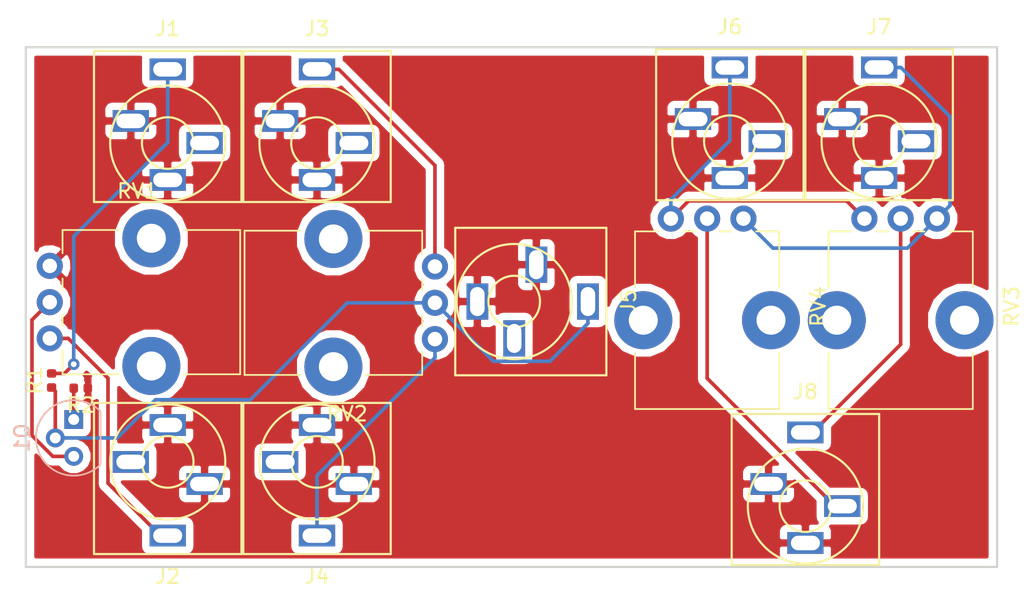
<source format=kicad_pcb>
(kicad_pcb (version 20171130) (host pcbnew "(5.0.2)-1")

  (general
    (thickness 1.6)
    (drawings 4)
    (tracks 61)
    (zones 0)
    (modules 15)
    (nets 20)
  )

  (page A4)
  (layers
    (0 F.Cu signal)
    (31 B.Cu signal)
    (32 B.Adhes user)
    (33 F.Adhes user)
    (34 B.Paste user)
    (35 F.Paste user)
    (36 B.SilkS user)
    (37 F.SilkS user)
    (38 B.Mask user)
    (39 F.Mask user)
    (40 Dwgs.User user)
    (41 Cmts.User user)
    (42 Eco1.User user)
    (43 Eco2.User user)
    (44 Edge.Cuts user)
    (45 Margin user)
    (46 B.CrtYd user)
    (47 F.CrtYd user)
    (48 B.Fab user)
    (49 F.Fab user)
  )

  (setup
    (last_trace_width 0.25)
    (trace_clearance 0.2)
    (zone_clearance 0.508)
    (zone_45_only no)
    (trace_min 0.2)
    (segment_width 0.2)
    (edge_width 0.15)
    (via_size 0.8)
    (via_drill 0.4)
    (via_min_size 0.4)
    (via_min_drill 0.3)
    (uvia_size 0.3)
    (uvia_drill 0.1)
    (uvias_allowed no)
    (uvia_min_size 0.2)
    (uvia_min_drill 0.1)
    (pcb_text_width 0.3)
    (pcb_text_size 1.5 1.5)
    (mod_edge_width 0.15)
    (mod_text_size 1 1)
    (mod_text_width 0.15)
    (pad_size 1.524 1.524)
    (pad_drill 0.762)
    (pad_to_mask_clearance 0.051)
    (solder_mask_min_width 0.25)
    (aux_axis_origin 0 0)
    (visible_elements FFFFFF7F)
    (pcbplotparams
      (layerselection 0x010fc_ffffffff)
      (usegerberextensions true)
      (usegerberattributes false)
      (usegerberadvancedattributes false)
      (creategerberjobfile false)
      (excludeedgelayer true)
      (linewidth 0.100000)
      (plotframeref false)
      (viasonmask false)
      (mode 1)
      (useauxorigin false)
      (hpglpennumber 1)
      (hpglpenspeed 20)
      (hpglpendiameter 15.000000)
      (psnegative false)
      (psa4output false)
      (plotreference true)
      (plotvalue true)
      (plotinvisibletext false)
      (padsonsilk false)
      (subtractmaskfromsilk false)
      (outputformat 4)
      (mirror false)
      (drillshape 0)
      (scaleselection 1)
      (outputdirectory "PDF/"))
  )

  (net 0 "")
  (net 1 "Net-(J1-PadT)")
  (net 2 "Net-(J1-PadR)")
  (net 3 GND)
  (net 4 "Net-(J2-PadR)")
  (net 5 "Net-(J2-PadT)")
  (net 6 "Net-(J3-PadR)")
  (net 7 "Net-(J3-PadT)")
  (net 8 "Net-(J4-PadT)")
  (net 9 "Net-(J4-PadR)")
  (net 10 VOUT)
  (net 11 "Net-(J5-PadR)")
  (net 12 "Net-(J6-PadR)")
  (net 13 "Net-(J6-PadT)")
  (net 14 "Net-(J7-PadT)")
  (net 15 "Net-(J7-PadR)")
  (net 16 R)
  (net 17 L)
  (net 18 "Net-(Q1-Pad3)")
  (net 19 "Net-(Q1-Pad1)")

  (net_class Default "This is the default net class."
    (clearance 0.2)
    (trace_width 0.25)
    (via_dia 0.8)
    (via_drill 0.4)
    (uvia_dia 0.3)
    (uvia_drill 0.1)
    (add_net GND)
    (add_net L)
    (add_net "Net-(J1-PadR)")
    (add_net "Net-(J1-PadT)")
    (add_net "Net-(J2-PadR)")
    (add_net "Net-(J2-PadT)")
    (add_net "Net-(J3-PadR)")
    (add_net "Net-(J3-PadT)")
    (add_net "Net-(J4-PadR)")
    (add_net "Net-(J4-PadT)")
    (add_net "Net-(J5-PadR)")
    (add_net "Net-(J6-PadR)")
    (add_net "Net-(J6-PadT)")
    (add_net "Net-(J7-PadR)")
    (add_net "Net-(J7-PadT)")
    (add_net "Net-(Q1-Pad1)")
    (add_net "Net-(Q1-Pad3)")
    (add_net R)
    (add_net VOUT)
  )

  (module synth:jack_audio (layer F.Cu) (tedit 5C66B204) (tstamp 5C7A159A)
    (at 74.041 40.513)
    (path /5C6D79C9)
    (fp_text reference J1 (at 0 -7.882) (layer F.SilkS)
      (effects (font (size 1 1) (thickness 0.15)))
    )
    (fp_text value CARRIER1 (at 0 -8.882) (layer F.Fab)
      (effects (font (size 1 1) (thickness 0.15)))
    )
    (fp_line (start -5.08 -6.35) (end 5.08 -6.35) (layer F.SilkS) (width 0.15))
    (fp_line (start 5.08 -6.35) (end 5.08 4.064) (layer F.SilkS) (width 0.15))
    (fp_line (start 5.08 4.064) (end -5.08 4.064) (layer F.SilkS) (width 0.15))
    (fp_line (start -5.08 4.064) (end -5.08 -6.35) (layer F.SilkS) (width 0.15))
    (fp_circle (center 0 0) (end 3.048 2.54) (layer F.SilkS) (width 0.15))
    (fp_circle (center 0 0) (end 1.778 0) (layer F.SilkS) (width 0.15))
    (pad T thru_hole rect (at 0 -5.08) (size 2.5 1.5) (drill oval 2 1) (layers *.Cu *.Mask)
      (net 1 "Net-(J1-PadT)"))
    (pad R thru_hole rect (at 2.54 0) (size 2.5 1.5) (drill oval 2 1) (layers *.Cu *.Mask)
      (net 2 "Net-(J1-PadR)"))
    (pad G thru_hole rect (at -2.54 -1.524) (size 2.5 1.5) (drill oval 2 1) (layers *.Cu *.Mask)
      (net 3 GND))
    (pad S thru_hole rect (at 0 2.54) (size 2.5 1.5) (drill oval 2 1) (layers *.Cu *.Mask)
      (net 3 GND))
  )

  (module synth:jack_audio (layer F.Cu) (tedit 5C66B204) (tstamp 5C7A15A8)
    (at 74.041 62.484 180)
    (path /5C6D7A38)
    (fp_text reference J2 (at 0 -7.882 180) (layer F.SilkS)
      (effects (font (size 1 1) (thickness 0.15)))
    )
    (fp_text value MESSAGE2 (at 0 -8.882 180) (layer F.Fab)
      (effects (font (size 1 1) (thickness 0.15)))
    )
    (fp_circle (center 0 0) (end 1.778 0) (layer F.SilkS) (width 0.15))
    (fp_circle (center 0 0) (end 3.048 2.54) (layer F.SilkS) (width 0.15))
    (fp_line (start -5.08 4.064) (end -5.08 -6.35) (layer F.SilkS) (width 0.15))
    (fp_line (start 5.08 4.064) (end -5.08 4.064) (layer F.SilkS) (width 0.15))
    (fp_line (start 5.08 -6.35) (end 5.08 4.064) (layer F.SilkS) (width 0.15))
    (fp_line (start -5.08 -6.35) (end 5.08 -6.35) (layer F.SilkS) (width 0.15))
    (pad S thru_hole rect (at 0 2.54 180) (size 2.5 1.5) (drill oval 2 1) (layers *.Cu *.Mask)
      (net 3 GND))
    (pad G thru_hole rect (at -2.54 -1.524 180) (size 2.5 1.5) (drill oval 2 1) (layers *.Cu *.Mask)
      (net 3 GND))
    (pad R thru_hole rect (at 2.54 0 180) (size 2.5 1.5) (drill oval 2 1) (layers *.Cu *.Mask)
      (net 4 "Net-(J2-PadR)"))
    (pad T thru_hole rect (at 0 -5.08 180) (size 2.5 1.5) (drill oval 2 1) (layers *.Cu *.Mask)
      (net 5 "Net-(J2-PadT)"))
  )

  (module synth:jack_audio (layer F.Cu) (tedit 5C66B204) (tstamp 5C7A15B6)
    (at 84.328 40.513)
    (path /5C6D8E84)
    (fp_text reference J3 (at 0 -7.882) (layer F.SilkS)
      (effects (font (size 1 1) (thickness 0.15)))
    )
    (fp_text value CARRIER1 (at 0 -8.882) (layer F.Fab)
      (effects (font (size 1 1) (thickness 0.15)))
    )
    (fp_circle (center 0 0) (end 1.778 0) (layer F.SilkS) (width 0.15))
    (fp_circle (center 0 0) (end 3.048 2.54) (layer F.SilkS) (width 0.15))
    (fp_line (start -5.08 4.064) (end -5.08 -6.35) (layer F.SilkS) (width 0.15))
    (fp_line (start 5.08 4.064) (end -5.08 4.064) (layer F.SilkS) (width 0.15))
    (fp_line (start 5.08 -6.35) (end 5.08 4.064) (layer F.SilkS) (width 0.15))
    (fp_line (start -5.08 -6.35) (end 5.08 -6.35) (layer F.SilkS) (width 0.15))
    (pad S thru_hole rect (at 0 2.54) (size 2.5 1.5) (drill oval 2 1) (layers *.Cu *.Mask)
      (net 3 GND))
    (pad G thru_hole rect (at -2.54 -1.524) (size 2.5 1.5) (drill oval 2 1) (layers *.Cu *.Mask)
      (net 3 GND))
    (pad R thru_hole rect (at 2.54 0) (size 2.5 1.5) (drill oval 2 1) (layers *.Cu *.Mask)
      (net 6 "Net-(J3-PadR)"))
    (pad T thru_hole rect (at 0 -5.08) (size 2.5 1.5) (drill oval 2 1) (layers *.Cu *.Mask)
      (net 7 "Net-(J3-PadT)"))
  )

  (module synth:jack_audio (layer F.Cu) (tedit 5C66B204) (tstamp 5C7A15C4)
    (at 84.328 62.484 180)
    (path /5C6D8EC2)
    (fp_text reference J4 (at 0 -7.882 180) (layer F.SilkS)
      (effects (font (size 1 1) (thickness 0.15)))
    )
    (fp_text value MESSAGE2 (at 0 -8.882 180) (layer F.Fab)
      (effects (font (size 1 1) (thickness 0.15)))
    )
    (fp_line (start -5.08 -6.35) (end 5.08 -6.35) (layer F.SilkS) (width 0.15))
    (fp_line (start 5.08 -6.35) (end 5.08 4.064) (layer F.SilkS) (width 0.15))
    (fp_line (start 5.08 4.064) (end -5.08 4.064) (layer F.SilkS) (width 0.15))
    (fp_line (start -5.08 4.064) (end -5.08 -6.35) (layer F.SilkS) (width 0.15))
    (fp_circle (center 0 0) (end 3.048 2.54) (layer F.SilkS) (width 0.15))
    (fp_circle (center 0 0) (end 1.778 0) (layer F.SilkS) (width 0.15))
    (pad T thru_hole rect (at 0 -5.08 180) (size 2.5 1.5) (drill oval 2 1) (layers *.Cu *.Mask)
      (net 8 "Net-(J4-PadT)"))
    (pad R thru_hole rect (at 2.54 0 180) (size 2.5 1.5) (drill oval 2 1) (layers *.Cu *.Mask)
      (net 9 "Net-(J4-PadR)"))
    (pad G thru_hole rect (at -2.54 -1.524 180) (size 2.5 1.5) (drill oval 2 1) (layers *.Cu *.Mask)
      (net 3 GND))
    (pad S thru_hole rect (at 0 2.54 180) (size 2.5 1.5) (drill oval 2 1) (layers *.Cu *.Mask)
      (net 3 GND))
  )

  (module synth:jack_audio (layer F.Cu) (tedit 5C66B204) (tstamp 5C7A15D2)
    (at 97.917 51.435 270)
    (path /5C6D8718)
    (fp_text reference J5 (at 0 -7.882 270) (layer F.SilkS)
      (effects (font (size 1 1) (thickness 0.15)))
    )
    (fp_text value OUT1 (at 0 -8.882 270) (layer F.Fab)
      (effects (font (size 1 1) (thickness 0.15)))
    )
    (fp_line (start -5.08 -6.35) (end 5.08 -6.35) (layer F.SilkS) (width 0.15))
    (fp_line (start 5.08 -6.35) (end 5.08 4.064) (layer F.SilkS) (width 0.15))
    (fp_line (start 5.08 4.064) (end -5.08 4.064) (layer F.SilkS) (width 0.15))
    (fp_line (start -5.08 4.064) (end -5.08 -6.35) (layer F.SilkS) (width 0.15))
    (fp_circle (center 0 0) (end 3.048 2.54) (layer F.SilkS) (width 0.15))
    (fp_circle (center 0 0) (end 1.778 0) (layer F.SilkS) (width 0.15))
    (pad T thru_hole rect (at 0 -5.08 270) (size 2.5 1.5) (drill oval 2 1) (layers *.Cu *.Mask)
      (net 10 VOUT))
    (pad R thru_hole rect (at 2.54 0 270) (size 2.5 1.5) (drill oval 2 1) (layers *.Cu *.Mask)
      (net 11 "Net-(J5-PadR)"))
    (pad G thru_hole rect (at -2.54 -1.524 270) (size 2.5 1.5) (drill oval 2 1) (layers *.Cu *.Mask)
      (net 3 GND))
    (pad S thru_hole rect (at 0 2.54 270) (size 2.5 1.5) (drill oval 2 1) (layers *.Cu *.Mask)
      (net 3 GND))
  )

  (module synth:jack_audio (layer F.Cu) (tedit 5C66B204) (tstamp 5C7A15E0)
    (at 112.776 40.386)
    (path /5C6DA7E2)
    (fp_text reference J6 (at 0 -7.882) (layer F.SilkS)
      (effects (font (size 1 1) (thickness 0.15)))
    )
    (fp_text value L (at 0 -8.882) (layer F.Fab)
      (effects (font (size 1 1) (thickness 0.15)))
    )
    (fp_circle (center 0 0) (end 1.778 0) (layer F.SilkS) (width 0.15))
    (fp_circle (center 0 0) (end 3.048 2.54) (layer F.SilkS) (width 0.15))
    (fp_line (start -5.08 4.064) (end -5.08 -6.35) (layer F.SilkS) (width 0.15))
    (fp_line (start 5.08 4.064) (end -5.08 4.064) (layer F.SilkS) (width 0.15))
    (fp_line (start 5.08 -6.35) (end 5.08 4.064) (layer F.SilkS) (width 0.15))
    (fp_line (start -5.08 -6.35) (end 5.08 -6.35) (layer F.SilkS) (width 0.15))
    (pad S thru_hole rect (at 0 2.54) (size 2.5 1.5) (drill oval 2 1) (layers *.Cu *.Mask)
      (net 3 GND))
    (pad G thru_hole rect (at -2.54 -1.524) (size 2.5 1.5) (drill oval 2 1) (layers *.Cu *.Mask)
      (net 3 GND))
    (pad R thru_hole rect (at 2.54 0) (size 2.5 1.5) (drill oval 2 1) (layers *.Cu *.Mask)
      (net 12 "Net-(J6-PadR)"))
    (pad T thru_hole rect (at 0 -5.08) (size 2.5 1.5) (drill oval 2 1) (layers *.Cu *.Mask)
      (net 13 "Net-(J6-PadT)"))
  )

  (module synth:jack_audio (layer F.Cu) (tedit 5C66B204) (tstamp 5C7A15EE)
    (at 123.063 40.386)
    (path /5C6DA7E8)
    (fp_text reference J7 (at 0 -7.882) (layer F.SilkS)
      (effects (font (size 1 1) (thickness 0.15)))
    )
    (fp_text value R (at 0 -8.882) (layer F.Fab)
      (effects (font (size 1 1) (thickness 0.15)))
    )
    (fp_line (start -5.08 -6.35) (end 5.08 -6.35) (layer F.SilkS) (width 0.15))
    (fp_line (start 5.08 -6.35) (end 5.08 4.064) (layer F.SilkS) (width 0.15))
    (fp_line (start 5.08 4.064) (end -5.08 4.064) (layer F.SilkS) (width 0.15))
    (fp_line (start -5.08 4.064) (end -5.08 -6.35) (layer F.SilkS) (width 0.15))
    (fp_circle (center 0 0) (end 3.048 2.54) (layer F.SilkS) (width 0.15))
    (fp_circle (center 0 0) (end 1.778 0) (layer F.SilkS) (width 0.15))
    (pad T thru_hole rect (at 0 -5.08) (size 2.5 1.5) (drill oval 2 1) (layers *.Cu *.Mask)
      (net 14 "Net-(J7-PadT)"))
    (pad R thru_hole rect (at 2.54 0) (size 2.5 1.5) (drill oval 2 1) (layers *.Cu *.Mask)
      (net 15 "Net-(J7-PadR)"))
    (pad G thru_hole rect (at -2.54 -1.524) (size 2.5 1.5) (drill oval 2 1) (layers *.Cu *.Mask)
      (net 3 GND))
    (pad S thru_hole rect (at 0 2.54) (size 2.5 1.5) (drill oval 2 1) (layers *.Cu *.Mask)
      (net 3 GND))
  )

  (module synth:jack_audio (layer F.Cu) (tedit 5C66B204) (tstamp 5C7A15FC)
    (at 117.983 65.532)
    (path /5C6DD0E5)
    (fp_text reference J8 (at 0 -7.882) (layer F.SilkS)
      (effects (font (size 1 1) (thickness 0.15)))
    )
    (fp_text value OUT1 (at 0 -8.882) (layer F.Fab)
      (effects (font (size 1 1) (thickness 0.15)))
    )
    (fp_circle (center 0 0) (end 1.778 0) (layer F.SilkS) (width 0.15))
    (fp_circle (center 0 0) (end 3.048 2.54) (layer F.SilkS) (width 0.15))
    (fp_line (start -5.08 4.064) (end -5.08 -6.35) (layer F.SilkS) (width 0.15))
    (fp_line (start 5.08 4.064) (end -5.08 4.064) (layer F.SilkS) (width 0.15))
    (fp_line (start 5.08 -6.35) (end 5.08 4.064) (layer F.SilkS) (width 0.15))
    (fp_line (start -5.08 -6.35) (end 5.08 -6.35) (layer F.SilkS) (width 0.15))
    (pad S thru_hole rect (at 0 2.54) (size 2.5 1.5) (drill oval 2 1) (layers *.Cu *.Mask)
      (net 3 GND))
    (pad G thru_hole rect (at -2.54 -1.524) (size 2.5 1.5) (drill oval 2 1) (layers *.Cu *.Mask)
      (net 3 GND))
    (pad R thru_hole rect (at 2.54 0) (size 2.5 1.5) (drill oval 2 1) (layers *.Cu *.Mask)
      (net 16 R))
    (pad T thru_hole rect (at 0 -5.08) (size 2.5 1.5) (drill oval 2 1) (layers *.Cu *.Mask)
      (net 17 L))
  )

  (module Package_TO_SOT_THT:TO-92 (layer B.Cu) (tedit 5A279852) (tstamp 5C7A160E)
    (at 67.564 59.563 270)
    (descr "TO-92 leads molded, narrow, drill 0.75mm (see NXP sot054_po.pdf)")
    (tags "to-92 sc-43 sc-43a sot54 PA33 transistor")
    (path /5C6D7F1A)
    (fp_text reference Q1 (at 1.27 3.56 270) (layer B.SilkS)
      (effects (font (size 1 1) (thickness 0.15)) (justify mirror))
    )
    (fp_text value NFET (at 1.27 -2.79 270) (layer B.Fab)
      (effects (font (size 1 1) (thickness 0.15)) (justify mirror))
    )
    (fp_text user %R (at 1.27 3.56 270) (layer B.Fab)
      (effects (font (size 1 1) (thickness 0.15)) (justify mirror))
    )
    (fp_line (start -0.53 -1.85) (end 3.07 -1.85) (layer B.SilkS) (width 0.12))
    (fp_line (start -0.5 -1.75) (end 3 -1.75) (layer B.Fab) (width 0.1))
    (fp_line (start -1.46 2.73) (end 4 2.73) (layer B.CrtYd) (width 0.05))
    (fp_line (start -1.46 2.73) (end -1.46 -2.01) (layer B.CrtYd) (width 0.05))
    (fp_line (start 4 -2.01) (end 4 2.73) (layer B.CrtYd) (width 0.05))
    (fp_line (start 4 -2.01) (end -1.46 -2.01) (layer B.CrtYd) (width 0.05))
    (fp_arc (start 1.27 0) (end 1.27 2.48) (angle -135) (layer B.Fab) (width 0.1))
    (fp_arc (start 1.27 0) (end 1.27 2.6) (angle 135) (layer B.SilkS) (width 0.12))
    (fp_arc (start 1.27 0) (end 1.27 2.48) (angle 135) (layer B.Fab) (width 0.1))
    (fp_arc (start 1.27 0) (end 1.27 2.6) (angle -135) (layer B.SilkS) (width 0.12))
    (pad 2 thru_hole circle (at 1.27 1.27 180) (size 1.3 1.3) (drill 0.75) (layers *.Cu *.Mask)
      (net 10 VOUT))
    (pad 3 thru_hole circle (at 2.54 0 180) (size 1.3 1.3) (drill 0.75) (layers *.Cu *.Mask)
      (net 18 "Net-(Q1-Pad3)"))
    (pad 1 thru_hole rect (at 0 0 180) (size 1.3 1.3) (drill 0.75) (layers *.Cu *.Mask)
      (net 19 "Net-(Q1-Pad1)"))
    (model ${KISYS3DMOD}/Package_TO_SOT_THT.3dshapes/TO-92.wrl
      (at (xyz 0 0 0))
      (scale (xyz 1 1 1))
      (rotate (xyz 0 0 0))
    )
  )

  (module Resistor_SMD:R_0402_1005Metric (layer F.Cu) (tedit 5B301BBD) (tstamp 5C7A161D)
    (at 66.04 56.873 90)
    (descr "Resistor SMD 0402 (1005 Metric), square (rectangular) end terminal, IPC_7351 nominal, (Body size source: http://www.tortai-tech.com/upload/download/2011102023233369053.pdf), generated with kicad-footprint-generator")
    (tags resistor)
    (path /5C6D8033)
    (attr smd)
    (fp_text reference R1 (at 0 -1.17 90) (layer F.SilkS)
      (effects (font (size 1 1) (thickness 0.15)))
    )
    (fp_text value 1K (at 0 1.17 90) (layer F.Fab)
      (effects (font (size 1 1) (thickness 0.15)))
    )
    (fp_line (start -0.5 0.25) (end -0.5 -0.25) (layer F.Fab) (width 0.1))
    (fp_line (start -0.5 -0.25) (end 0.5 -0.25) (layer F.Fab) (width 0.1))
    (fp_line (start 0.5 -0.25) (end 0.5 0.25) (layer F.Fab) (width 0.1))
    (fp_line (start 0.5 0.25) (end -0.5 0.25) (layer F.Fab) (width 0.1))
    (fp_line (start -0.93 0.47) (end -0.93 -0.47) (layer F.CrtYd) (width 0.05))
    (fp_line (start -0.93 -0.47) (end 0.93 -0.47) (layer F.CrtYd) (width 0.05))
    (fp_line (start 0.93 -0.47) (end 0.93 0.47) (layer F.CrtYd) (width 0.05))
    (fp_line (start 0.93 0.47) (end -0.93 0.47) (layer F.CrtYd) (width 0.05))
    (fp_text user %R (at 0 0 90) (layer F.Fab)
      (effects (font (size 0.25 0.25) (thickness 0.04)))
    )
    (pad 1 smd roundrect (at -0.485 0 90) (size 0.59 0.64) (layers F.Cu F.Paste F.Mask) (roundrect_rratio 0.25)
      (net 10 VOUT))
    (pad 2 smd roundrect (at 0.485 0 90) (size 0.59 0.64) (layers F.Cu F.Paste F.Mask) (roundrect_rratio 0.25)
      (net 1 "Net-(J1-PadT)"))
    (model ${KISYS3DMOD}/Resistor_SMD.3dshapes/R_0402_1005Metric.wrl
      (at (xyz 0 0 0))
      (scale (xyz 1 1 1))
      (rotate (xyz 0 0 0))
    )
  )

  (module Resistor_SMD:R_0402_1005Metric (layer F.Cu) (tedit 5B301BBD) (tstamp 5C7A162C)
    (at 68.049 57.404 180)
    (descr "Resistor SMD 0402 (1005 Metric), square (rectangular) end terminal, IPC_7351 nominal, (Body size source: http://www.tortai-tech.com/upload/download/2011102023233369053.pdf), generated with kicad-footprint-generator")
    (tags resistor)
    (path /5C6D8578)
    (attr smd)
    (fp_text reference R2 (at 0 -1.17 180) (layer F.SilkS)
      (effects (font (size 1 1) (thickness 0.15)))
    )
    (fp_text value 10K (at 0 1.17 180) (layer F.Fab)
      (effects (font (size 1 1) (thickness 0.15)))
    )
    (fp_text user %R (at 0 0 180) (layer F.Fab)
      (effects (font (size 0.25 0.25) (thickness 0.04)))
    )
    (fp_line (start 0.93 0.47) (end -0.93 0.47) (layer F.CrtYd) (width 0.05))
    (fp_line (start 0.93 -0.47) (end 0.93 0.47) (layer F.CrtYd) (width 0.05))
    (fp_line (start -0.93 -0.47) (end 0.93 -0.47) (layer F.CrtYd) (width 0.05))
    (fp_line (start -0.93 0.47) (end -0.93 -0.47) (layer F.CrtYd) (width 0.05))
    (fp_line (start 0.5 0.25) (end -0.5 0.25) (layer F.Fab) (width 0.1))
    (fp_line (start 0.5 -0.25) (end 0.5 0.25) (layer F.Fab) (width 0.1))
    (fp_line (start -0.5 -0.25) (end 0.5 -0.25) (layer F.Fab) (width 0.1))
    (fp_line (start -0.5 0.25) (end -0.5 -0.25) (layer F.Fab) (width 0.1))
    (pad 2 smd roundrect (at 0.485 0 180) (size 0.59 0.64) (layers F.Cu F.Paste F.Mask) (roundrect_rratio 0.25)
      (net 19 "Net-(Q1-Pad1)"))
    (pad 1 smd roundrect (at -0.485 0 180) (size 0.59 0.64) (layers F.Cu F.Paste F.Mask) (roundrect_rratio 0.25)
      (net 3 GND))
    (model ${KISYS3DMOD}/Resistor_SMD.3dshapes/R_0402_1005Metric.wrl
      (at (xyz 0 0 0))
      (scale (xyz 1 1 1))
      (rotate (xyz 0 0 0))
    )
  )

  (module Potentiometer_THT:Potentiometer_Bourns_PTV09A-1_Single_Vertical (layer F.Cu) (tedit 5A3D4993) (tstamp 5C7A1648)
    (at 65.913 53.975)
    (descr "Potentiometer, vertical, Bourns PTV09A-1 Single, http://www.bourns.com/docs/Product-Datasheets/ptv09.pdf")
    (tags "Potentiometer vertical Bourns PTV09A-1 Single")
    (path /5C6D80B4)
    (fp_text reference RV1 (at 6.05 -10.15) (layer F.SilkS)
      (effects (font (size 1 1) (thickness 0.15)))
    )
    (fp_text value 20k (at 6.05 5.15) (layer F.Fab)
      (effects (font (size 1 1) (thickness 0.15)))
    )
    (fp_circle (center 7.5 -2.5) (end 10.5 -2.5) (layer F.Fab) (width 0.1))
    (fp_line (start 1 -7.35) (end 1 2.35) (layer F.Fab) (width 0.1))
    (fp_line (start 1 2.35) (end 13 2.35) (layer F.Fab) (width 0.1))
    (fp_line (start 13 2.35) (end 13 -7.35) (layer F.Fab) (width 0.1))
    (fp_line (start 13 -7.35) (end 1 -7.35) (layer F.Fab) (width 0.1))
    (fp_line (start 0.88 -7.47) (end 4.745 -7.47) (layer F.SilkS) (width 0.12))
    (fp_line (start 9.255 -7.47) (end 13.12 -7.47) (layer F.SilkS) (width 0.12))
    (fp_line (start 0.88 2.47) (end 4.745 2.47) (layer F.SilkS) (width 0.12))
    (fp_line (start 9.255 2.47) (end 13.12 2.47) (layer F.SilkS) (width 0.12))
    (fp_line (start 0.88 -7.47) (end 0.88 -5.871) (layer F.SilkS) (width 0.12))
    (fp_line (start 0.88 -4.129) (end 0.88 -3.37) (layer F.SilkS) (width 0.12))
    (fp_line (start 0.88 -1.629) (end 0.88 -0.87) (layer F.SilkS) (width 0.12))
    (fp_line (start 0.88 0.87) (end 0.88 2.47) (layer F.SilkS) (width 0.12))
    (fp_line (start 13.12 -7.47) (end 13.12 2.47) (layer F.SilkS) (width 0.12))
    (fp_line (start -1.15 -9.15) (end -1.15 4.15) (layer F.CrtYd) (width 0.05))
    (fp_line (start -1.15 4.15) (end 13.25 4.15) (layer F.CrtYd) (width 0.05))
    (fp_line (start 13.25 4.15) (end 13.25 -9.15) (layer F.CrtYd) (width 0.05))
    (fp_line (start 13.25 -9.15) (end -1.15 -9.15) (layer F.CrtYd) (width 0.05))
    (fp_text user %R (at 2 -2.5 90) (layer F.Fab)
      (effects (font (size 1 1) (thickness 0.15)))
    )
    (pad 3 thru_hole circle (at 0 -5) (size 1.8 1.8) (drill 1) (layers *.Cu *.Mask)
      (net 3 GND))
    (pad 2 thru_hole circle (at 0 -2.5) (size 1.8 1.8) (drill 1) (layers *.Cu *.Mask)
      (net 18 "Net-(Q1-Pad3)"))
    (pad 1 thru_hole circle (at 0 0) (size 1.8 1.8) (drill 1) (layers *.Cu *.Mask)
      (net 5 "Net-(J2-PadT)"))
    (pad "" np_thru_hole circle (at 7 -6.9) (size 4 4) (drill 2) (layers *.Cu *.Mask))
    (pad "" np_thru_hole circle (at 7 1.9) (size 4 4) (drill 2) (layers *.Cu *.Mask))
    (model ${KISYS3DMOD}/Potentiometer_THT.3dshapes/Potentiometer_Bourns_PTV09A-1_Single_Vertical.wrl
      (at (xyz 0 0 0))
      (scale (xyz 1 1 1))
      (rotate (xyz 0 0 0))
    )
  )

  (module Potentiometer_THT:Potentiometer_Bourns_PTV09A-1_Single_Vertical (layer F.Cu) (tedit 5A3D4993) (tstamp 5C7A1664)
    (at 92.456 49.022 180)
    (descr "Potentiometer, vertical, Bourns PTV09A-1 Single, http://www.bourns.com/docs/Product-Datasheets/ptv09.pdf")
    (tags "Potentiometer vertical Bourns PTV09A-1 Single")
    (path /5C6D95A8)
    (fp_text reference RV2 (at 6.05 -10.15 180) (layer F.SilkS)
      (effects (font (size 1 1) (thickness 0.15)))
    )
    (fp_text value 100k (at 6.05 5.15 180) (layer F.Fab)
      (effects (font (size 1 1) (thickness 0.15)))
    )
    (fp_text user %R (at 2 -2.5 270) (layer F.Fab)
      (effects (font (size 1 1) (thickness 0.15)))
    )
    (fp_line (start 13.25 -9.15) (end -1.15 -9.15) (layer F.CrtYd) (width 0.05))
    (fp_line (start 13.25 4.15) (end 13.25 -9.15) (layer F.CrtYd) (width 0.05))
    (fp_line (start -1.15 4.15) (end 13.25 4.15) (layer F.CrtYd) (width 0.05))
    (fp_line (start -1.15 -9.15) (end -1.15 4.15) (layer F.CrtYd) (width 0.05))
    (fp_line (start 13.12 -7.47) (end 13.12 2.47) (layer F.SilkS) (width 0.12))
    (fp_line (start 0.88 0.87) (end 0.88 2.47) (layer F.SilkS) (width 0.12))
    (fp_line (start 0.88 -1.629) (end 0.88 -0.87) (layer F.SilkS) (width 0.12))
    (fp_line (start 0.88 -4.129) (end 0.88 -3.37) (layer F.SilkS) (width 0.12))
    (fp_line (start 0.88 -7.47) (end 0.88 -5.871) (layer F.SilkS) (width 0.12))
    (fp_line (start 9.255 2.47) (end 13.12 2.47) (layer F.SilkS) (width 0.12))
    (fp_line (start 0.88 2.47) (end 4.745 2.47) (layer F.SilkS) (width 0.12))
    (fp_line (start 9.255 -7.47) (end 13.12 -7.47) (layer F.SilkS) (width 0.12))
    (fp_line (start 0.88 -7.47) (end 4.745 -7.47) (layer F.SilkS) (width 0.12))
    (fp_line (start 13 -7.35) (end 1 -7.35) (layer F.Fab) (width 0.1))
    (fp_line (start 13 2.35) (end 13 -7.35) (layer F.Fab) (width 0.1))
    (fp_line (start 1 2.35) (end 13 2.35) (layer F.Fab) (width 0.1))
    (fp_line (start 1 -7.35) (end 1 2.35) (layer F.Fab) (width 0.1))
    (fp_circle (center 7.5 -2.5) (end 10.5 -2.5) (layer F.Fab) (width 0.1))
    (pad "" np_thru_hole circle (at 7 1.9 180) (size 4 4) (drill 2) (layers *.Cu *.Mask))
    (pad "" np_thru_hole circle (at 7 -6.9 180) (size 4 4) (drill 2) (layers *.Cu *.Mask))
    (pad 1 thru_hole circle (at 0 0 180) (size 1.8 1.8) (drill 1) (layers *.Cu *.Mask)
      (net 7 "Net-(J3-PadT)"))
    (pad 2 thru_hole circle (at 0 -2.5 180) (size 1.8 1.8) (drill 1) (layers *.Cu *.Mask)
      (net 10 VOUT))
    (pad 3 thru_hole circle (at 0 -5 180) (size 1.8 1.8) (drill 1) (layers *.Cu *.Mask)
      (net 8 "Net-(J4-PadT)"))
    (model ${KISYS3DMOD}/Potentiometer_THT.3dshapes/Potentiometer_Bourns_PTV09A-1_Single_Vertical.wrl
      (at (xyz 0 0 0))
      (scale (xyz 1 1 1))
      (rotate (xyz 0 0 0))
    )
  )

  (module Potentiometer_THT:Potentiometer_Bourns_PTV09A-1_Single_Vertical (layer F.Cu) (tedit 5A3D4993) (tstamp 5C7A1680)
    (at 122.047 45.72 270)
    (descr "Potentiometer, vertical, Bourns PTV09A-1 Single, http://www.bourns.com/docs/Product-Datasheets/ptv09.pdf")
    (tags "Potentiometer vertical Bourns PTV09A-1 Single")
    (path /5C6DA7F1)
    (fp_text reference RV3 (at 6.05 -10.15 270) (layer F.SilkS)
      (effects (font (size 1 1) (thickness 0.15)))
    )
    (fp_text value 20k (at 6.05 5.15 270) (layer F.Fab)
      (effects (font (size 1 1) (thickness 0.15)))
    )
    (fp_circle (center 7.5 -2.5) (end 10.5 -2.5) (layer F.Fab) (width 0.1))
    (fp_line (start 1 -7.35) (end 1 2.35) (layer F.Fab) (width 0.1))
    (fp_line (start 1 2.35) (end 13 2.35) (layer F.Fab) (width 0.1))
    (fp_line (start 13 2.35) (end 13 -7.35) (layer F.Fab) (width 0.1))
    (fp_line (start 13 -7.35) (end 1 -7.35) (layer F.Fab) (width 0.1))
    (fp_line (start 0.88 -7.47) (end 4.745 -7.47) (layer F.SilkS) (width 0.12))
    (fp_line (start 9.255 -7.47) (end 13.12 -7.47) (layer F.SilkS) (width 0.12))
    (fp_line (start 0.88 2.47) (end 4.745 2.47) (layer F.SilkS) (width 0.12))
    (fp_line (start 9.255 2.47) (end 13.12 2.47) (layer F.SilkS) (width 0.12))
    (fp_line (start 0.88 -7.47) (end 0.88 -5.871) (layer F.SilkS) (width 0.12))
    (fp_line (start 0.88 -4.129) (end 0.88 -3.37) (layer F.SilkS) (width 0.12))
    (fp_line (start 0.88 -1.629) (end 0.88 -0.87) (layer F.SilkS) (width 0.12))
    (fp_line (start 0.88 0.87) (end 0.88 2.47) (layer F.SilkS) (width 0.12))
    (fp_line (start 13.12 -7.47) (end 13.12 2.47) (layer F.SilkS) (width 0.12))
    (fp_line (start -1.15 -9.15) (end -1.15 4.15) (layer F.CrtYd) (width 0.05))
    (fp_line (start -1.15 4.15) (end 13.25 4.15) (layer F.CrtYd) (width 0.05))
    (fp_line (start 13.25 4.15) (end 13.25 -9.15) (layer F.CrtYd) (width 0.05))
    (fp_line (start 13.25 -9.15) (end -1.15 -9.15) (layer F.CrtYd) (width 0.05))
    (fp_text user %R (at 2 -2.5) (layer F.Fab)
      (effects (font (size 1 1) (thickness 0.15)))
    )
    (pad 3 thru_hole circle (at 0 -5 270) (size 1.8 1.8) (drill 1) (layers *.Cu *.Mask)
      (net 14 "Net-(J7-PadT)"))
    (pad 2 thru_hole circle (at 0 -2.5 270) (size 1.8 1.8) (drill 1) (layers *.Cu *.Mask)
      (net 17 L))
    (pad 1 thru_hole circle (at 0 0 270) (size 1.8 1.8) (drill 1) (layers *.Cu *.Mask)
      (net 13 "Net-(J6-PadT)"))
    (pad "" np_thru_hole circle (at 7 -6.9 270) (size 4 4) (drill 2) (layers *.Cu *.Mask))
    (pad "" np_thru_hole circle (at 7 1.9 270) (size 4 4) (drill 2) (layers *.Cu *.Mask))
    (model ${KISYS3DMOD}/Potentiometer_THT.3dshapes/Potentiometer_Bourns_PTV09A-1_Single_Vertical.wrl
      (at (xyz 0 0 0))
      (scale (xyz 1 1 1))
      (rotate (xyz 0 0 0))
    )
  )

  (module Potentiometer_THT:Potentiometer_Bourns_PTV09A-1_Single_Vertical (layer F.Cu) (tedit 5A3D4993) (tstamp 5C7A169C)
    (at 108.712 45.72 270)
    (descr "Potentiometer, vertical, Bourns PTV09A-1 Single, http://www.bourns.com/docs/Product-Datasheets/ptv09.pdf")
    (tags "Potentiometer vertical Bourns PTV09A-1 Single")
    (path /5C6DBFD0)
    (fp_text reference RV4 (at 6.05 -10.15 270) (layer F.SilkS)
      (effects (font (size 1 1) (thickness 0.15)))
    )
    (fp_text value 20k (at 6.05 5.15 270) (layer F.Fab)
      (effects (font (size 1 1) (thickness 0.15)))
    )
    (fp_text user %R (at 2 -2.5) (layer F.Fab)
      (effects (font (size 1 1) (thickness 0.15)))
    )
    (fp_line (start 13.25 -9.15) (end -1.15 -9.15) (layer F.CrtYd) (width 0.05))
    (fp_line (start 13.25 4.15) (end 13.25 -9.15) (layer F.CrtYd) (width 0.05))
    (fp_line (start -1.15 4.15) (end 13.25 4.15) (layer F.CrtYd) (width 0.05))
    (fp_line (start -1.15 -9.15) (end -1.15 4.15) (layer F.CrtYd) (width 0.05))
    (fp_line (start 13.12 -7.47) (end 13.12 2.47) (layer F.SilkS) (width 0.12))
    (fp_line (start 0.88 0.87) (end 0.88 2.47) (layer F.SilkS) (width 0.12))
    (fp_line (start 0.88 -1.629) (end 0.88 -0.87) (layer F.SilkS) (width 0.12))
    (fp_line (start 0.88 -4.129) (end 0.88 -3.37) (layer F.SilkS) (width 0.12))
    (fp_line (start 0.88 -7.47) (end 0.88 -5.871) (layer F.SilkS) (width 0.12))
    (fp_line (start 9.255 2.47) (end 13.12 2.47) (layer F.SilkS) (width 0.12))
    (fp_line (start 0.88 2.47) (end 4.745 2.47) (layer F.SilkS) (width 0.12))
    (fp_line (start 9.255 -7.47) (end 13.12 -7.47) (layer F.SilkS) (width 0.12))
    (fp_line (start 0.88 -7.47) (end 4.745 -7.47) (layer F.SilkS) (width 0.12))
    (fp_line (start 13 -7.35) (end 1 -7.35) (layer F.Fab) (width 0.1))
    (fp_line (start 13 2.35) (end 13 -7.35) (layer F.Fab) (width 0.1))
    (fp_line (start 1 2.35) (end 13 2.35) (layer F.Fab) (width 0.1))
    (fp_line (start 1 -7.35) (end 1 2.35) (layer F.Fab) (width 0.1))
    (fp_circle (center 7.5 -2.5) (end 10.5 -2.5) (layer F.Fab) (width 0.1))
    (pad "" np_thru_hole circle (at 7 1.9 270) (size 4 4) (drill 2) (layers *.Cu *.Mask))
    (pad "" np_thru_hole circle (at 7 -6.9 270) (size 4 4) (drill 2) (layers *.Cu *.Mask))
    (pad 1 thru_hole circle (at 0 0 270) (size 1.8 1.8) (drill 1) (layers *.Cu *.Mask)
      (net 13 "Net-(J6-PadT)"))
    (pad 2 thru_hole circle (at 0 -2.5 270) (size 1.8 1.8) (drill 1) (layers *.Cu *.Mask)
      (net 16 R))
    (pad 3 thru_hole circle (at 0 -5 270) (size 1.8 1.8) (drill 1) (layers *.Cu *.Mask)
      (net 14 "Net-(J7-PadT)"))
    (model ${KISYS3DMOD}/Potentiometer_THT.3dshapes/Potentiometer_Bourns_PTV09A-1_Single_Vertical.wrl
      (at (xyz 0 0 0))
      (scale (xyz 1 1 1))
      (rotate (xyz 0 0 0))
    )
  )

  (gr_line (start 131.191 69.723) (end 64.262 69.723) (layer Edge.Cuts) (width 0.15))
  (gr_line (start 131.191 33.909) (end 131.191 69.723) (layer Edge.Cuts) (width 0.15))
  (gr_line (start 64.262 33.909) (end 131.191 33.909) (layer Edge.Cuts) (width 0.15))
  (gr_line (start 64.262 69.723) (end 64.262 33.909) (layer Edge.Cuts) (width 0.15))

  (via (at 67.564 55.753) (size 0.8) (drill 0.4) (layers F.Cu B.Cu) (net 1))
  (segment (start 66.04 56.388) (end 66.929 56.388) (width 0.25) (layer F.Cu) (net 1))
  (segment (start 66.929 56.388) (end 67.564 55.753) (width 0.25) (layer F.Cu) (net 1))
  (segment (start 74.041 36.433) (end 74.041 35.433) (width 0.25) (layer B.Cu) (net 1))
  (segment (start 74.041 40.467998) (end 74.041 36.433) (width 0.25) (layer B.Cu) (net 1))
  (segment (start 67.564 46.944998) (end 74.041 40.467998) (width 0.25) (layer B.Cu) (net 1))
  (segment (start 67.564 55.753) (end 67.564 46.944998) (width 0.25) (layer B.Cu) (net 1))
  (segment (start 73.541 67.564) (end 74.041 67.564) (width 0.25) (layer F.Cu) (net 5))
  (segment (start 69.925999 63.948999) (end 73.541 67.564) (width 0.25) (layer F.Cu) (net 5))
  (segment (start 69.925999 56.715207) (end 69.925999 63.948999) (width 0.25) (layer F.Cu) (net 5))
  (segment (start 67.185792 53.975) (end 69.925999 56.715207) (width 0.25) (layer F.Cu) (net 5))
  (segment (start 65.913 53.975) (end 67.185792 53.975) (width 0.25) (layer F.Cu) (net 5))
  (segment (start 92.456 47.749208) (end 92.456 49.022) (width 0.25) (layer F.Cu) (net 7))
  (segment (start 92.456 42.061) (end 92.456 47.749208) (width 0.25) (layer F.Cu) (net 7))
  (segment (start 85.828 35.433) (end 92.456 42.061) (width 0.25) (layer F.Cu) (net 7))
  (segment (start 84.328 35.433) (end 85.828 35.433) (width 0.25) (layer F.Cu) (net 7))
  (segment (start 84.328 66.564) (end 84.328 67.564) (width 0.25) (layer B.Cu) (net 8))
  (segment (start 84.328 63.422792) (end 84.328 66.564) (width 0.25) (layer B.Cu) (net 8))
  (segment (start 92.456 55.294792) (end 84.328 63.422792) (width 0.25) (layer B.Cu) (net 8))
  (segment (start 92.456 54.022) (end 92.456 55.294792) (width 0.25) (layer B.Cu) (net 8))
  (segment (start 66.294 57.612) (end 66.04 57.358) (width 0.25) (layer F.Cu) (net 10))
  (segment (start 66.294 60.833) (end 66.294 57.612) (width 0.25) (layer F.Cu) (net 10))
  (segment (start 91.183208 51.522) (end 92.456 51.522) (width 0.25) (layer B.Cu) (net 10))
  (segment (start 86.414998 51.522) (end 91.183208 51.522) (width 0.25) (layer B.Cu) (net 10))
  (segment (start 79.736997 58.200001) (end 86.414998 51.522) (width 0.25) (layer B.Cu) (net 10))
  (segment (start 73.199997 58.200001) (end 79.736997 58.200001) (width 0.25) (layer B.Cu) (net 10))
  (segment (start 70.566998 60.833) (end 73.199997 58.200001) (width 0.25) (layer B.Cu) (net 10))
  (segment (start 66.294 60.833) (end 70.566998 60.833) (width 0.25) (layer B.Cu) (net 10))
  (segment (start 93.355999 52.421999) (end 92.456 51.522) (width 0.25) (layer B.Cu) (net 10))
  (segment (start 96.484001 55.550001) (end 93.355999 52.421999) (width 0.25) (layer B.Cu) (net 10))
  (segment (start 100.381999 55.550001) (end 96.484001 55.550001) (width 0.25) (layer B.Cu) (net 10))
  (segment (start 102.997 52.935) (end 100.381999 55.550001) (width 0.25) (layer B.Cu) (net 10))
  (segment (start 102.997 51.435) (end 102.997 52.935) (width 0.25) (layer B.Cu) (net 10))
  (segment (start 121.147001 44.820001) (end 122.047 45.72) (width 0.25) (layer F.Cu) (net 13))
  (segment (start 120.821999 44.494999) (end 121.147001 44.820001) (width 0.25) (layer F.Cu) (net 13))
  (segment (start 109.937001 44.494999) (end 120.821999 44.494999) (width 0.25) (layer F.Cu) (net 13))
  (segment (start 108.712 45.72) (end 109.937001 44.494999) (width 0.25) (layer F.Cu) (net 13))
  (segment (start 108.712 44.447208) (end 108.712 45.72) (width 0.25) (layer B.Cu) (net 13))
  (segment (start 108.712 44.404998) (end 108.712 44.447208) (width 0.25) (layer B.Cu) (net 13))
  (segment (start 112.776 40.340998) (end 108.712 44.404998) (width 0.25) (layer B.Cu) (net 13))
  (segment (start 112.776 35.306) (end 112.776 40.340998) (width 0.25) (layer B.Cu) (net 13))
  (segment (start 126.147001 46.619999) (end 127.047 45.72) (width 0.25) (layer B.Cu) (net 14))
  (segment (start 125.015 47.752) (end 126.147001 46.619999) (width 0.25) (layer B.Cu) (net 14))
  (segment (start 115.744 47.752) (end 125.015 47.752) (width 0.25) (layer B.Cu) (net 14))
  (segment (start 113.712 45.72) (end 115.744 47.752) (width 0.25) (layer B.Cu) (net 14))
  (segment (start 127.946999 44.820001) (end 127.047 45.72) (width 0.25) (layer B.Cu) (net 14))
  (segment (start 127.946999 38.689999) (end 127.946999 44.820001) (width 0.25) (layer B.Cu) (net 14))
  (segment (start 124.563 35.306) (end 127.946999 38.689999) (width 0.25) (layer B.Cu) (net 14))
  (segment (start 123.063 35.306) (end 124.563 35.306) (width 0.25) (layer B.Cu) (net 14))
  (segment (start 120.023 65.532) (end 120.523 65.532) (width 0.25) (layer F.Cu) (net 16))
  (segment (start 111.212 56.721) (end 120.023 65.532) (width 0.25) (layer F.Cu) (net 16))
  (segment (start 111.212 45.72) (end 111.212 56.721) (width 0.25) (layer F.Cu) (net 16))
  (segment (start 118.483 60.452) (end 117.983 60.452) (width 0.25) (layer F.Cu) (net 17))
  (segment (start 124.547 54.388) (end 118.483 60.452) (width 0.25) (layer F.Cu) (net 17))
  (segment (start 124.547 45.72) (end 124.547 54.388) (width 0.25) (layer F.Cu) (net 17))
  (segment (start 66.644762 62.103) (end 67.564 62.103) (width 0.25) (layer F.Cu) (net 18))
  (segment (start 66.120998 62.103) (end 66.644762 62.103) (width 0.25) (layer F.Cu) (net 18))
  (segment (start 64.687999 60.670001) (end 66.120998 62.103) (width 0.25) (layer F.Cu) (net 18))
  (segment (start 64.687999 52.700001) (end 64.687999 60.670001) (width 0.25) (layer F.Cu) (net 18))
  (segment (start 65.913 51.475) (end 64.687999 52.700001) (width 0.25) (layer F.Cu) (net 18))
  (segment (start 67.564 57.404) (end 67.564 59.563) (width 0.25) (layer F.Cu) (net 19))

  (zone (net 3) (net_name GND) (layer F.Cu) (tstamp 5C7A25B9) (hatch edge 0.508)
    (connect_pads (clearance 0.508))
    (min_thickness 0.254)
    (fill yes (arc_segments 16) (thermal_gap 0.508) (thermal_bridge_width 0.508))
    (polygon
      (pts
        (xy 63.246 33.147) (xy 132.461 33.147) (xy 132.207 71.755) (xy 62.484 71.12)
      )
    )
    (filled_polygon
      (pts
        (xy 72.14356 34.683) (xy 72.14356 36.183) (xy 72.192843 36.430765) (xy 72.333191 36.640809) (xy 72.543235 36.781157)
        (xy 72.791 36.83044) (xy 75.291 36.83044) (xy 75.538765 36.781157) (xy 75.748809 36.640809) (xy 75.889157 36.430765)
        (xy 75.93844 36.183) (xy 75.93844 34.683) (xy 75.92571 34.619) (xy 82.44329 34.619) (xy 82.43056 34.683)
        (xy 82.43056 36.183) (xy 82.479843 36.430765) (xy 82.620191 36.640809) (xy 82.830235 36.781157) (xy 83.078 36.83044)
        (xy 85.578 36.83044) (xy 85.825765 36.781157) (xy 85.990969 36.67077) (xy 91.696 42.375803) (xy 91.696001 47.674352)
        (xy 91.696 47.674357) (xy 91.696 47.675331) (xy 91.586493 47.72069) (xy 91.15469 48.152493) (xy 90.921 48.71667)
        (xy 90.921 49.32733) (xy 91.15469 49.891507) (xy 91.535183 50.272) (xy 91.15469 50.652493) (xy 90.921 51.21667)
        (xy 90.921 51.82733) (xy 91.15469 52.391507) (xy 91.535183 52.772) (xy 91.15469 53.152493) (xy 90.921 53.71667)
        (xy 90.921 54.32733) (xy 91.15469 54.891507) (xy 91.586493 55.32331) (xy 92.15067 55.557) (xy 92.76133 55.557)
        (xy 93.325507 55.32331) (xy 93.75731 54.891507) (xy 93.991 54.32733) (xy 93.991 53.71667) (xy 93.75731 53.152493)
        (xy 93.376817 52.772) (xy 93.75731 52.391507) (xy 93.991 51.82733) (xy 93.991 51.72075) (xy 93.992 51.72075)
        (xy 93.992 52.811309) (xy 94.088673 53.044698) (xy 94.267301 53.223327) (xy 94.50069 53.32) (xy 95.09125 53.32)
        (xy 95.25 53.16125) (xy 95.25 51.562) (xy 95.504 51.562) (xy 95.504 53.16125) (xy 95.66275 53.32)
        (xy 96.25331 53.32) (xy 96.486699 53.223327) (xy 96.51956 53.190466) (xy 96.51956 55.225) (xy 96.568843 55.472765)
        (xy 96.709191 55.682809) (xy 96.919235 55.823157) (xy 97.167 55.87244) (xy 98.667 55.87244) (xy 98.914765 55.823157)
        (xy 99.124809 55.682809) (xy 99.265157 55.472765) (xy 99.31444 55.225) (xy 99.31444 52.725) (xy 99.265157 52.477235)
        (xy 99.124809 52.267191) (xy 98.914765 52.126843) (xy 98.667 52.07756) (xy 97.167 52.07756) (xy 96.919235 52.126843)
        (xy 96.762 52.231905) (xy 96.762 51.72075) (xy 96.60325 51.562) (xy 95.504 51.562) (xy 95.25 51.562)
        (xy 94.15075 51.562) (xy 93.992 51.72075) (xy 93.991 51.72075) (xy 93.991 51.21667) (xy 93.75731 50.652493)
        (xy 93.376817 50.272) (xy 93.590126 50.058691) (xy 93.992 50.058691) (xy 93.992 51.14925) (xy 94.15075 51.308)
        (xy 95.25 51.308) (xy 95.25 49.70875) (xy 95.504 49.70875) (xy 95.504 51.308) (xy 96.60325 51.308)
        (xy 96.762 51.14925) (xy 96.762 50.058691) (xy 96.665327 49.825302) (xy 96.486699 49.646673) (xy 96.25331 49.55)
        (xy 95.66275 49.55) (xy 95.504 49.70875) (xy 95.25 49.70875) (xy 95.09125 49.55) (xy 94.50069 49.55)
        (xy 94.267301 49.646673) (xy 94.088673 49.825302) (xy 93.992 50.058691) (xy 93.590126 50.058691) (xy 93.75731 49.891507)
        (xy 93.991 49.32733) (xy 93.991 49.18075) (xy 98.056 49.18075) (xy 98.056 50.271309) (xy 98.152673 50.504698)
        (xy 98.331301 50.683327) (xy 98.56469 50.78) (xy 99.15525 50.78) (xy 99.314 50.62125) (xy 99.314 49.022)
        (xy 99.568 49.022) (xy 99.568 50.62125) (xy 99.72675 50.78) (xy 100.31731 50.78) (xy 100.550699 50.683327)
        (xy 100.729327 50.504698) (xy 100.826 50.271309) (xy 100.826 50.185) (xy 101.59956 50.185) (xy 101.59956 52.685)
        (xy 101.648843 52.932765) (xy 101.789191 53.142809) (xy 101.999235 53.283157) (xy 102.247 53.33244) (xy 103.747 53.33244)
        (xy 103.994765 53.283157) (xy 104.177 53.161391) (xy 104.177 53.244134) (xy 104.578155 54.212608) (xy 105.319392 54.953845)
        (xy 106.287866 55.355) (xy 107.336134 55.355) (xy 108.304608 54.953845) (xy 109.045845 54.212608) (xy 109.447 53.244134)
        (xy 109.447 52.195866) (xy 109.045845 51.227392) (xy 108.304608 50.486155) (xy 107.336134 50.085) (xy 106.287866 50.085)
        (xy 105.319392 50.486155) (xy 104.578155 51.227392) (xy 104.39444 51.670919) (xy 104.39444 50.185) (xy 104.345157 49.937235)
        (xy 104.204809 49.727191) (xy 103.994765 49.586843) (xy 103.747 49.53756) (xy 102.247 49.53756) (xy 101.999235 49.586843)
        (xy 101.789191 49.727191) (xy 101.648843 49.937235) (xy 101.59956 50.185) (xy 100.826 50.185) (xy 100.826 49.18075)
        (xy 100.66725 49.022) (xy 99.568 49.022) (xy 99.314 49.022) (xy 98.21475 49.022) (xy 98.056 49.18075)
        (xy 93.991 49.18075) (xy 93.991 48.71667) (xy 93.75731 48.152493) (xy 93.325507 47.72069) (xy 93.216 47.675331)
        (xy 93.216 47.518691) (xy 98.056 47.518691) (xy 98.056 48.60925) (xy 98.21475 48.768) (xy 99.314 48.768)
        (xy 99.314 47.16875) (xy 99.568 47.16875) (xy 99.568 48.768) (xy 100.66725 48.768) (xy 100.826 48.60925)
        (xy 100.826 47.518691) (xy 100.729327 47.285302) (xy 100.550699 47.106673) (xy 100.31731 47.01) (xy 99.72675 47.01)
        (xy 99.568 47.16875) (xy 99.314 47.16875) (xy 99.15525 47.01) (xy 98.56469 47.01) (xy 98.331301 47.106673)
        (xy 98.152673 47.285302) (xy 98.056 47.518691) (xy 93.216 47.518691) (xy 93.216 45.41467) (xy 107.177 45.41467)
        (xy 107.177 46.02533) (xy 107.41069 46.589507) (xy 107.842493 47.02131) (xy 108.40667 47.255) (xy 109.01733 47.255)
        (xy 109.581507 47.02131) (xy 109.962 46.640817) (xy 110.342493 47.02131) (xy 110.452 47.066669) (xy 110.452001 56.646148)
        (xy 110.437112 56.721) (xy 110.496097 57.017537) (xy 110.593218 57.162888) (xy 110.664072 57.268929) (xy 110.727528 57.311329)
        (xy 116.039198 62.623) (xy 115.72875 62.623) (xy 115.57 62.78175) (xy 115.57 63.881) (xy 117.16925 63.881)
        (xy 117.233224 63.817026) (xy 118.62556 65.209362) (xy 118.62556 66.282) (xy 118.674843 66.529765) (xy 118.779905 66.687)
        (xy 118.26875 66.687) (xy 118.11 66.84575) (xy 118.11 67.945) (xy 119.70925 67.945) (xy 119.868 67.78625)
        (xy 119.868 67.19569) (xy 119.771327 66.962301) (xy 119.738466 66.92944) (xy 121.773 66.92944) (xy 122.020765 66.880157)
        (xy 122.230809 66.739809) (xy 122.371157 66.529765) (xy 122.42044 66.282) (xy 122.42044 64.782) (xy 122.371157 64.534235)
        (xy 122.230809 64.324191) (xy 122.020765 64.183843) (xy 121.773 64.13456) (xy 119.700362 64.13456) (xy 117.415242 61.84944)
        (xy 119.233 61.84944) (xy 119.480765 61.800157) (xy 119.690809 61.659809) (xy 119.831157 61.449765) (xy 119.88044 61.202)
        (xy 119.88044 60.129361) (xy 125.031473 54.978329) (xy 125.094929 54.935929) (xy 125.262904 54.684537) (xy 125.307 54.462852)
        (xy 125.307 54.462848) (xy 125.321888 54.388001) (xy 125.307 54.313154) (xy 125.307 47.066669) (xy 125.416507 47.02131)
        (xy 125.797 46.640817) (xy 126.177493 47.02131) (xy 126.74167 47.255) (xy 127.35233 47.255) (xy 127.916507 47.02131)
        (xy 128.34831 46.589507) (xy 128.582 46.02533) (xy 128.582 45.41467) (xy 128.34831 44.850493) (xy 127.916507 44.41869)
        (xy 127.35233 44.185) (xy 126.74167 44.185) (xy 126.177493 44.41869) (xy 125.797 44.799183) (xy 125.416507 44.41869)
        (xy 124.85233 44.185) (xy 124.702025 44.185) (xy 124.851327 44.035699) (xy 124.948 43.80231) (xy 124.948 43.21175)
        (xy 124.78925 43.053) (xy 123.19 43.053) (xy 123.19 44.15225) (xy 123.34875 44.311) (xy 123.937479 44.311)
        (xy 123.677493 44.41869) (xy 123.297 44.799183) (xy 122.916507 44.41869) (xy 122.656521 44.311) (xy 122.77725 44.311)
        (xy 122.936 44.15225) (xy 122.936 43.053) (xy 121.33675 43.053) (xy 121.178 43.21175) (xy 121.178 43.80231)
        (xy 121.18746 43.825149) (xy 121.118536 43.779095) (xy 120.896851 43.734999) (xy 120.896846 43.734999) (xy 120.821999 43.720111)
        (xy 120.747152 43.734999) (xy 114.661 43.734999) (xy 114.661 43.21175) (xy 114.50225 43.053) (xy 112.903 43.053)
        (xy 112.903 43.073) (xy 112.649 43.073) (xy 112.649 43.053) (xy 111.04975 43.053) (xy 110.891 43.21175)
        (xy 110.891 43.734999) (xy 110.011847 43.734999) (xy 109.937 43.720111) (xy 109.862153 43.734999) (xy 109.862149 43.734999)
        (xy 109.640464 43.779095) (xy 109.389072 43.94707) (xy 109.346672 44.010526) (xy 109.126838 44.23036) (xy 109.01733 44.185)
        (xy 108.40667 44.185) (xy 107.842493 44.41869) (xy 107.41069 44.850493) (xy 107.177 45.41467) (xy 93.216 45.41467)
        (xy 93.216 42.135846) (xy 93.230888 42.060999) (xy 93.228639 42.04969) (xy 110.891 42.04969) (xy 110.891 42.64025)
        (xy 111.04975 42.799) (xy 112.649 42.799) (xy 112.649 41.69975) (xy 112.903 41.69975) (xy 112.903 42.799)
        (xy 114.50225 42.799) (xy 114.661 42.64025) (xy 114.661 42.04969) (xy 121.178 42.04969) (xy 121.178 42.64025)
        (xy 121.33675 42.799) (xy 122.936 42.799) (xy 122.936 41.69975) (xy 123.19 41.69975) (xy 123.19 42.799)
        (xy 124.78925 42.799) (xy 124.948 42.64025) (xy 124.948 42.04969) (xy 124.851327 41.816301) (xy 124.818466 41.78344)
        (xy 126.853 41.78344) (xy 127.100765 41.734157) (xy 127.310809 41.593809) (xy 127.451157 41.383765) (xy 127.50044 41.136)
        (xy 127.50044 39.636) (xy 127.451157 39.388235) (xy 127.310809 39.178191) (xy 127.100765 39.037843) (xy 126.853 38.98856)
        (xy 124.353 38.98856) (xy 124.105235 39.037843) (xy 123.895191 39.178191) (xy 123.754843 39.388235) (xy 123.70556 39.636)
        (xy 123.70556 41.136) (xy 123.754843 41.383765) (xy 123.859905 41.541) (xy 123.34875 41.541) (xy 123.19 41.69975)
        (xy 122.936 41.69975) (xy 122.77725 41.541) (xy 121.686691 41.541) (xy 121.453302 41.637673) (xy 121.274673 41.816301)
        (xy 121.178 42.04969) (xy 114.661 42.04969) (xy 114.564327 41.816301) (xy 114.531466 41.78344) (xy 116.566 41.78344)
        (xy 116.813765 41.734157) (xy 117.023809 41.593809) (xy 117.164157 41.383765) (xy 117.21344 41.136) (xy 117.21344 39.636)
        (xy 117.164157 39.388235) (xy 117.023809 39.178191) (xy 116.978252 39.14775) (xy 118.638 39.14775) (xy 118.638 39.73831)
        (xy 118.734673 39.971699) (xy 118.913302 40.150327) (xy 119.146691 40.247) (xy 120.23725 40.247) (xy 120.396 40.08825)
        (xy 120.396 38.989) (xy 120.65 38.989) (xy 120.65 40.08825) (xy 120.80875 40.247) (xy 121.899309 40.247)
        (xy 122.132698 40.150327) (xy 122.311327 39.971699) (xy 122.408 39.73831) (xy 122.408 39.14775) (xy 122.24925 38.989)
        (xy 120.65 38.989) (xy 120.396 38.989) (xy 118.79675 38.989) (xy 118.638 39.14775) (xy 116.978252 39.14775)
        (xy 116.813765 39.037843) (xy 116.566 38.98856) (xy 114.066 38.98856) (xy 113.818235 39.037843) (xy 113.608191 39.178191)
        (xy 113.467843 39.388235) (xy 113.41856 39.636) (xy 113.41856 41.136) (xy 113.467843 41.383765) (xy 113.572905 41.541)
        (xy 113.06175 41.541) (xy 112.903 41.69975) (xy 112.649 41.69975) (xy 112.49025 41.541) (xy 111.399691 41.541)
        (xy 111.166302 41.637673) (xy 110.987673 41.816301) (xy 110.891 42.04969) (xy 93.228639 42.04969) (xy 93.216 41.986152)
        (xy 93.216 41.986148) (xy 93.171904 41.764463) (xy 93.128664 41.69975) (xy 93.046329 41.576526) (xy 93.046327 41.576524)
        (xy 93.003929 41.513071) (xy 92.940476 41.470673) (xy 90.617553 39.14775) (xy 108.351 39.14775) (xy 108.351 39.73831)
        (xy 108.447673 39.971699) (xy 108.626302 40.150327) (xy 108.859691 40.247) (xy 109.95025 40.247) (xy 110.109 40.08825)
        (xy 110.109 38.989) (xy 110.363 38.989) (xy 110.363 40.08825) (xy 110.52175 40.247) (xy 111.612309 40.247)
        (xy 111.845698 40.150327) (xy 112.024327 39.971699) (xy 112.121 39.73831) (xy 112.121 39.14775) (xy 111.96225 38.989)
        (xy 110.363 38.989) (xy 110.109 38.989) (xy 108.50975 38.989) (xy 108.351 39.14775) (xy 90.617553 39.14775)
        (xy 89.455493 37.98569) (xy 108.351 37.98569) (xy 108.351 38.57625) (xy 108.50975 38.735) (xy 110.109 38.735)
        (xy 110.109 37.63575) (xy 110.363 37.63575) (xy 110.363 38.735) (xy 111.96225 38.735) (xy 112.121 38.57625)
        (xy 112.121 37.98569) (xy 118.638 37.98569) (xy 118.638 38.57625) (xy 118.79675 38.735) (xy 120.396 38.735)
        (xy 120.396 37.63575) (xy 120.65 37.63575) (xy 120.65 38.735) (xy 122.24925 38.735) (xy 122.408 38.57625)
        (xy 122.408 37.98569) (xy 122.311327 37.752301) (xy 122.132698 37.573673) (xy 121.899309 37.477) (xy 120.80875 37.477)
        (xy 120.65 37.63575) (xy 120.396 37.63575) (xy 120.23725 37.477) (xy 119.146691 37.477) (xy 118.913302 37.573673)
        (xy 118.734673 37.752301) (xy 118.638 37.98569) (xy 112.121 37.98569) (xy 112.024327 37.752301) (xy 111.845698 37.573673)
        (xy 111.612309 37.477) (xy 110.52175 37.477) (xy 110.363 37.63575) (xy 110.109 37.63575) (xy 109.95025 37.477)
        (xy 108.859691 37.477) (xy 108.626302 37.573673) (xy 108.447673 37.752301) (xy 108.351 37.98569) (xy 89.455493 37.98569)
        (xy 86.418331 34.94853) (xy 86.375929 34.885071) (xy 86.22544 34.784517) (xy 86.22544 34.683) (xy 86.21271 34.619)
        (xy 110.87856 34.619) (xy 110.87856 36.056) (xy 110.927843 36.303765) (xy 111.068191 36.513809) (xy 111.278235 36.654157)
        (xy 111.526 36.70344) (xy 114.026 36.70344) (xy 114.273765 36.654157) (xy 114.483809 36.513809) (xy 114.624157 36.303765)
        (xy 114.67344 36.056) (xy 114.67344 34.619) (xy 121.16556 34.619) (xy 121.16556 36.056) (xy 121.214843 36.303765)
        (xy 121.355191 36.513809) (xy 121.565235 36.654157) (xy 121.813 36.70344) (xy 124.313 36.70344) (xy 124.560765 36.654157)
        (xy 124.770809 36.513809) (xy 124.911157 36.303765) (xy 124.96044 36.056) (xy 124.96044 34.619) (xy 130.481 34.619)
        (xy 130.481 50.527547) (xy 130.439608 50.486155) (xy 129.471134 50.085) (xy 128.422866 50.085) (xy 127.454392 50.486155)
        (xy 126.713155 51.227392) (xy 126.312 52.195866) (xy 126.312 53.244134) (xy 126.713155 54.212608) (xy 127.454392 54.953845)
        (xy 128.422866 55.355) (xy 129.471134 55.355) (xy 130.439608 54.953845) (xy 130.481001 54.912452) (xy 130.481001 69.013)
        (xy 119.841204 69.013) (xy 119.868 68.94831) (xy 119.868 68.35775) (xy 119.70925 68.199) (xy 118.11 68.199)
        (xy 118.11 68.219) (xy 117.856 68.219) (xy 117.856 68.199) (xy 116.25675 68.199) (xy 116.098 68.35775)
        (xy 116.098 68.94831) (xy 116.124796 69.013) (xy 64.972 69.013) (xy 64.972 62.028804) (xy 65.530669 62.587473)
        (xy 65.573069 62.650929) (xy 65.824461 62.818904) (xy 66.046146 62.863) (xy 66.04615 62.863) (xy 66.120998 62.877888)
        (xy 66.195846 62.863) (xy 66.506735 62.863) (xy 66.836106 63.192371) (xy 67.308398 63.388) (xy 67.819602 63.388)
        (xy 68.291894 63.192371) (xy 68.653371 62.830894) (xy 68.849 62.358602) (xy 68.849 61.847398) (xy 68.653371 61.375106)
        (xy 68.291894 61.013629) (xy 67.922062 60.86044) (xy 68.214 60.86044) (xy 68.461765 60.811157) (xy 68.671809 60.670809)
        (xy 68.812157 60.460765) (xy 68.86144 60.213) (xy 68.86144 58.913) (xy 68.812157 58.665235) (xy 68.671809 58.455191)
        (xy 68.461765 58.314843) (xy 68.324 58.28744) (xy 68.324 58.28325) (xy 68.407 58.20025) (xy 68.407 57.938971)
        (xy 68.445929 57.88071) (xy 68.50644 57.5765) (xy 68.50644 57.2315) (xy 68.445929 56.92729) (xy 68.407 56.869029)
        (xy 68.407 56.60775) (xy 68.289981 56.490731) (xy 68.441431 56.33928) (xy 68.451342 56.315352) (xy 68.70237 56.56638)
        (xy 68.661 56.60775) (xy 68.661 57.277) (xy 68.681 57.277) (xy 68.681 57.531) (xy 68.661 57.531)
        (xy 68.661 58.20025) (xy 68.81975 58.359) (xy 68.955309 58.359) (xy 69.165999 58.271729) (xy 69.166 63.874147)
        (xy 69.151111 63.948999) (xy 69.166 64.023851) (xy 69.210096 64.245536) (xy 69.378071 64.496928) (xy 69.441527 64.539328)
        (xy 72.14356 67.241363) (xy 72.14356 68.314) (xy 72.192843 68.561765) (xy 72.333191 68.771809) (xy 72.543235 68.912157)
        (xy 72.791 68.96144) (xy 75.291 68.96144) (xy 75.538765 68.912157) (xy 75.748809 68.771809) (xy 75.889157 68.561765)
        (xy 75.93844 68.314) (xy 75.93844 66.814) (xy 82.43056 66.814) (xy 82.43056 68.314) (xy 82.479843 68.561765)
        (xy 82.620191 68.771809) (xy 82.830235 68.912157) (xy 83.078 68.96144) (xy 85.578 68.96144) (xy 85.825765 68.912157)
        (xy 86.035809 68.771809) (xy 86.176157 68.561765) (xy 86.22544 68.314) (xy 86.22544 67.19569) (xy 116.098 67.19569)
        (xy 116.098 67.78625) (xy 116.25675 67.945) (xy 117.856 67.945) (xy 117.856 66.84575) (xy 117.69725 66.687)
        (xy 116.606691 66.687) (xy 116.373302 66.783673) (xy 116.194673 66.962301) (xy 116.098 67.19569) (xy 86.22544 67.19569)
        (xy 86.22544 66.814) (xy 86.176157 66.566235) (xy 86.035809 66.356191) (xy 85.825765 66.215843) (xy 85.578 66.16656)
        (xy 83.078 66.16656) (xy 82.830235 66.215843) (xy 82.620191 66.356191) (xy 82.479843 66.566235) (xy 82.43056 66.814)
        (xy 75.93844 66.814) (xy 75.889157 66.566235) (xy 75.748809 66.356191) (xy 75.538765 66.215843) (xy 75.291 66.16656)
        (xy 73.218363 66.16656) (xy 71.345552 64.29375) (xy 74.696 64.29375) (xy 74.696 64.88431) (xy 74.792673 65.117699)
        (xy 74.971302 65.296327) (xy 75.204691 65.393) (xy 76.29525 65.393) (xy 76.454 65.23425) (xy 76.454 64.135)
        (xy 76.708 64.135) (xy 76.708 65.23425) (xy 76.86675 65.393) (xy 77.957309 65.393) (xy 78.190698 65.296327)
        (xy 78.369327 65.117699) (xy 78.466 64.88431) (xy 78.466 64.29375) (xy 84.983 64.29375) (xy 84.983 64.88431)
        (xy 85.079673 65.117699) (xy 85.258302 65.296327) (xy 85.491691 65.393) (xy 86.58225 65.393) (xy 86.741 65.23425)
        (xy 86.741 64.135) (xy 86.995 64.135) (xy 86.995 65.23425) (xy 87.15375 65.393) (xy 88.244309 65.393)
        (xy 88.477698 65.296327) (xy 88.656327 65.117699) (xy 88.753 64.88431) (xy 88.753 64.29375) (xy 113.558 64.29375)
        (xy 113.558 64.88431) (xy 113.654673 65.117699) (xy 113.833302 65.296327) (xy 114.066691 65.393) (xy 115.15725 65.393)
        (xy 115.316 65.23425) (xy 115.316 64.135) (xy 115.57 64.135) (xy 115.57 65.23425) (xy 115.72875 65.393)
        (xy 116.819309 65.393) (xy 117.052698 65.296327) (xy 117.231327 65.117699) (xy 117.328 64.88431) (xy 117.328 64.29375)
        (xy 117.16925 64.135) (xy 115.57 64.135) (xy 115.316 64.135) (xy 113.71675 64.135) (xy 113.558 64.29375)
        (xy 88.753 64.29375) (xy 88.59425 64.135) (xy 86.995 64.135) (xy 86.741 64.135) (xy 85.14175 64.135)
        (xy 84.983 64.29375) (xy 78.466 64.29375) (xy 78.30725 64.135) (xy 76.708 64.135) (xy 76.454 64.135)
        (xy 74.85475 64.135) (xy 74.696 64.29375) (xy 71.345552 64.29375) (xy 70.933241 63.88144) (xy 72.751 63.88144)
        (xy 72.998765 63.832157) (xy 73.208809 63.691809) (xy 73.349157 63.481765) (xy 73.39844 63.234) (xy 73.39844 63.13169)
        (xy 74.696 63.13169) (xy 74.696 63.72225) (xy 74.85475 63.881) (xy 76.454 63.881) (xy 76.454 62.78175)
        (xy 76.708 62.78175) (xy 76.708 63.881) (xy 78.30725 63.881) (xy 78.466 63.72225) (xy 78.466 63.13169)
        (xy 78.369327 62.898301) (xy 78.190698 62.719673) (xy 77.957309 62.623) (xy 76.86675 62.623) (xy 76.708 62.78175)
        (xy 76.454 62.78175) (xy 76.29525 62.623) (xy 75.204691 62.623) (xy 74.971302 62.719673) (xy 74.792673 62.898301)
        (xy 74.696 63.13169) (xy 73.39844 63.13169) (xy 73.39844 61.734) (xy 79.89056 61.734) (xy 79.89056 63.234)
        (xy 79.939843 63.481765) (xy 80.080191 63.691809) (xy 80.290235 63.832157) (xy 80.538 63.88144) (xy 83.038 63.88144)
        (xy 83.285765 63.832157) (xy 83.495809 63.691809) (xy 83.636157 63.481765) (xy 83.68544 63.234) (xy 83.68544 63.13169)
        (xy 84.983 63.13169) (xy 84.983 63.72225) (xy 85.14175 63.881) (xy 86.741 63.881) (xy 86.741 62.78175)
        (xy 86.995 62.78175) (xy 86.995 63.881) (xy 88.59425 63.881) (xy 88.753 63.72225) (xy 88.753 63.13169)
        (xy 113.558 63.13169) (xy 113.558 63.72225) (xy 113.71675 63.881) (xy 115.316 63.881) (xy 115.316 62.78175)
        (xy 115.15725 62.623) (xy 114.066691 62.623) (xy 113.833302 62.719673) (xy 113.654673 62.898301) (xy 113.558 63.13169)
        (xy 88.753 63.13169) (xy 88.656327 62.898301) (xy 88.477698 62.719673) (xy 88.244309 62.623) (xy 87.15375 62.623)
        (xy 86.995 62.78175) (xy 86.741 62.78175) (xy 86.58225 62.623) (xy 85.491691 62.623) (xy 85.258302 62.719673)
        (xy 85.079673 62.898301) (xy 84.983 63.13169) (xy 83.68544 63.13169) (xy 83.68544 61.734) (xy 83.636157 61.486235)
        (xy 83.531095 61.329) (xy 84.04225 61.329) (xy 84.201 61.17025) (xy 84.201 60.071) (xy 84.455 60.071)
        (xy 84.455 61.17025) (xy 84.61375 61.329) (xy 85.704309 61.329) (xy 85.937698 61.232327) (xy 86.116327 61.053699)
        (xy 86.213 60.82031) (xy 86.213 60.22975) (xy 86.05425 60.071) (xy 84.455 60.071) (xy 84.201 60.071)
        (xy 82.60175 60.071) (xy 82.443 60.22975) (xy 82.443 60.82031) (xy 82.539673 61.053699) (xy 82.572534 61.08656)
        (xy 80.538 61.08656) (xy 80.290235 61.135843) (xy 80.080191 61.276191) (xy 79.939843 61.486235) (xy 79.89056 61.734)
        (xy 73.39844 61.734) (xy 73.349157 61.486235) (xy 73.244095 61.329) (xy 73.75525 61.329) (xy 73.914 61.17025)
        (xy 73.914 60.071) (xy 74.168 60.071) (xy 74.168 61.17025) (xy 74.32675 61.329) (xy 75.417309 61.329)
        (xy 75.650698 61.232327) (xy 75.829327 61.053699) (xy 75.926 60.82031) (xy 75.926 60.22975) (xy 75.76725 60.071)
        (xy 74.168 60.071) (xy 73.914 60.071) (xy 72.31475 60.071) (xy 72.156 60.22975) (xy 72.156 60.82031)
        (xy 72.252673 61.053699) (xy 72.285534 61.08656) (xy 70.685999 61.08656) (xy 70.685999 59.06769) (xy 72.156 59.06769)
        (xy 72.156 59.65825) (xy 72.31475 59.817) (xy 73.914 59.817) (xy 73.914 58.71775) (xy 74.168 58.71775)
        (xy 74.168 59.817) (xy 75.76725 59.817) (xy 75.926 59.65825) (xy 75.926 59.06769) (xy 82.443 59.06769)
        (xy 82.443 59.65825) (xy 82.60175 59.817) (xy 84.201 59.817) (xy 84.201 58.71775) (xy 84.455 58.71775)
        (xy 84.455 59.817) (xy 86.05425 59.817) (xy 86.213 59.65825) (xy 86.213 59.06769) (xy 86.116327 58.834301)
        (xy 85.937698 58.655673) (xy 85.704309 58.559) (xy 84.61375 58.559) (xy 84.455 58.71775) (xy 84.201 58.71775)
        (xy 84.04225 58.559) (xy 82.951691 58.559) (xy 82.718302 58.655673) (xy 82.539673 58.834301) (xy 82.443 59.06769)
        (xy 75.926 59.06769) (xy 75.829327 58.834301) (xy 75.650698 58.655673) (xy 75.417309 58.559) (xy 74.32675 58.559)
        (xy 74.168 58.71775) (xy 73.914 58.71775) (xy 73.75525 58.559) (xy 72.664691 58.559) (xy 72.431302 58.655673)
        (xy 72.252673 58.834301) (xy 72.156 59.06769) (xy 70.685999 59.06769) (xy 70.685999 57.374452) (xy 71.420392 58.108845)
        (xy 72.388866 58.51) (xy 73.437134 58.51) (xy 74.405608 58.108845) (xy 75.146845 57.367608) (xy 75.548 56.399134)
        (xy 75.548 55.397866) (xy 82.821 55.397866) (xy 82.821 56.446134) (xy 83.222155 57.414608) (xy 83.963392 58.155845)
        (xy 84.931866 58.557) (xy 85.980134 58.557) (xy 86.948608 58.155845) (xy 87.689845 57.414608) (xy 88.091 56.446134)
        (xy 88.091 55.397866) (xy 87.689845 54.429392) (xy 86.948608 53.688155) (xy 85.980134 53.287) (xy 84.931866 53.287)
        (xy 83.963392 53.688155) (xy 83.222155 54.429392) (xy 82.821 55.397866) (xy 75.548 55.397866) (xy 75.548 55.350866)
        (xy 75.146845 54.382392) (xy 74.405608 53.641155) (xy 73.437134 53.24) (xy 72.388866 53.24) (xy 71.420392 53.641155)
        (xy 70.679155 54.382392) (xy 70.278 55.350866) (xy 70.278 55.992406) (xy 67.776123 53.49053) (xy 67.733721 53.427071)
        (xy 67.482329 53.259096) (xy 67.260644 53.215) (xy 67.260639 53.215) (xy 67.259582 53.21479) (xy 67.21431 53.105493)
        (xy 66.833817 52.725) (xy 67.21431 52.344507) (xy 67.448 51.78033) (xy 67.448 51.16967) (xy 67.21431 50.605493)
        (xy 66.782507 50.17369) (xy 66.77471 50.170461) (xy 66.813554 50.055159) (xy 65.913 49.154605) (xy 65.898858 49.168748)
        (xy 65.719253 48.989143) (xy 65.733395 48.975) (xy 66.092605 48.975) (xy 66.993159 49.875554) (xy 67.249643 49.789148)
        (xy 67.459458 49.215664) (xy 67.433839 48.60554) (xy 67.249643 48.160852) (xy 66.993159 48.074446) (xy 66.092605 48.975)
        (xy 65.733395 48.975) (xy 65.719253 48.960858) (xy 65.898858 48.781253) (xy 65.913 48.795395) (xy 66.813554 47.894841)
        (xy 66.727148 47.638357) (xy 66.153664 47.428542) (xy 65.54354 47.454161) (xy 65.098852 47.638357) (xy 65.012447 47.894839)
        (xy 64.972 47.854392) (xy 64.972 46.550866) (xy 70.278 46.550866) (xy 70.278 47.599134) (xy 70.679155 48.567608)
        (xy 71.420392 49.308845) (xy 72.388866 49.71) (xy 73.437134 49.71) (xy 74.405608 49.308845) (xy 75.146845 48.567608)
        (xy 75.548 47.599134) (xy 75.548 46.597866) (xy 82.821 46.597866) (xy 82.821 47.646134) (xy 83.222155 48.614608)
        (xy 83.963392 49.355845) (xy 84.931866 49.757) (xy 85.980134 49.757) (xy 86.948608 49.355845) (xy 87.689845 48.614608)
        (xy 88.091 47.646134) (xy 88.091 46.597866) (xy 87.689845 45.629392) (xy 86.948608 44.888155) (xy 85.980134 44.487)
        (xy 84.931866 44.487) (xy 83.963392 44.888155) (xy 83.222155 45.629392) (xy 82.821 46.597866) (xy 75.548 46.597866)
        (xy 75.548 46.550866) (xy 75.146845 45.582392) (xy 74.405608 44.841155) (xy 73.437134 44.44) (xy 72.388866 44.44)
        (xy 71.420392 44.841155) (xy 70.679155 45.582392) (xy 70.278 46.550866) (xy 64.972 46.550866) (xy 64.972 43.33875)
        (xy 72.156 43.33875) (xy 72.156 43.92931) (xy 72.252673 44.162699) (xy 72.431302 44.341327) (xy 72.664691 44.438)
        (xy 73.75525 44.438) (xy 73.914 44.27925) (xy 73.914 43.18) (xy 74.168 43.18) (xy 74.168 44.27925)
        (xy 74.32675 44.438) (xy 75.417309 44.438) (xy 75.650698 44.341327) (xy 75.829327 44.162699) (xy 75.926 43.92931)
        (xy 75.926 43.33875) (xy 82.443 43.33875) (xy 82.443 43.92931) (xy 82.539673 44.162699) (xy 82.718302 44.341327)
        (xy 82.951691 44.438) (xy 84.04225 44.438) (xy 84.201 44.27925) (xy 84.201 43.18) (xy 84.455 43.18)
        (xy 84.455 44.27925) (xy 84.61375 44.438) (xy 85.704309 44.438) (xy 85.937698 44.341327) (xy 86.116327 44.162699)
        (xy 86.213 43.92931) (xy 86.213 43.33875) (xy 86.05425 43.18) (xy 84.455 43.18) (xy 84.201 43.18)
        (xy 82.60175 43.18) (xy 82.443 43.33875) (xy 75.926 43.33875) (xy 75.76725 43.18) (xy 74.168 43.18)
        (xy 73.914 43.18) (xy 72.31475 43.18) (xy 72.156 43.33875) (xy 64.972 43.33875) (xy 64.972 42.17669)
        (xy 72.156 42.17669) (xy 72.156 42.76725) (xy 72.31475 42.926) (xy 73.914 42.926) (xy 73.914 41.82675)
        (xy 74.168 41.82675) (xy 74.168 42.926) (xy 75.76725 42.926) (xy 75.926 42.76725) (xy 75.926 42.17669)
        (xy 82.443 42.17669) (xy 82.443 42.76725) (xy 82.60175 42.926) (xy 84.201 42.926) (xy 84.201 41.82675)
        (xy 84.455 41.82675) (xy 84.455 42.926) (xy 86.05425 42.926) (xy 86.213 42.76725) (xy 86.213 42.17669)
        (xy 86.116327 41.943301) (xy 86.083466 41.91044) (xy 88.118 41.91044) (xy 88.365765 41.861157) (xy 88.575809 41.720809)
        (xy 88.716157 41.510765) (xy 88.76544 41.263) (xy 88.76544 39.763) (xy 88.716157 39.515235) (xy 88.575809 39.305191)
        (xy 88.365765 39.164843) (xy 88.118 39.11556) (xy 85.618 39.11556) (xy 85.370235 39.164843) (xy 85.160191 39.305191)
        (xy 85.019843 39.515235) (xy 84.97056 39.763) (xy 84.97056 41.263) (xy 85.019843 41.510765) (xy 85.124905 41.668)
        (xy 84.61375 41.668) (xy 84.455 41.82675) (xy 84.201 41.82675) (xy 84.04225 41.668) (xy 82.951691 41.668)
        (xy 82.718302 41.764673) (xy 82.539673 41.943301) (xy 82.443 42.17669) (xy 75.926 42.17669) (xy 75.829327 41.943301)
        (xy 75.796466 41.91044) (xy 77.831 41.91044) (xy 78.078765 41.861157) (xy 78.288809 41.720809) (xy 78.429157 41.510765)
        (xy 78.47844 41.263) (xy 78.47844 39.763) (xy 78.429157 39.515235) (xy 78.288809 39.305191) (xy 78.243252 39.27475)
        (xy 79.903 39.27475) (xy 79.903 39.86531) (xy 79.999673 40.098699) (xy 80.178302 40.277327) (xy 80.411691 40.374)
        (xy 81.50225 40.374) (xy 81.661 40.21525) (xy 81.661 39.116) (xy 81.915 39.116) (xy 81.915 40.21525)
        (xy 82.07375 40.374) (xy 83.164309 40.374) (xy 83.397698 40.277327) (xy 83.576327 40.098699) (xy 83.673 39.86531)
        (xy 83.673 39.27475) (xy 83.51425 39.116) (xy 81.915 39.116) (xy 81.661 39.116) (xy 80.06175 39.116)
        (xy 79.903 39.27475) (xy 78.243252 39.27475) (xy 78.078765 39.164843) (xy 77.831 39.11556) (xy 75.331 39.11556)
        (xy 75.083235 39.164843) (xy 74.873191 39.305191) (xy 74.732843 39.515235) (xy 74.68356 39.763) (xy 74.68356 41.263)
        (xy 74.732843 41.510765) (xy 74.837905 41.668) (xy 74.32675 41.668) (xy 74.168 41.82675) (xy 73.914 41.82675)
        (xy 73.75525 41.668) (xy 72.664691 41.668) (xy 72.431302 41.764673) (xy 72.252673 41.943301) (xy 72.156 42.17669)
        (xy 64.972 42.17669) (xy 64.972 39.27475) (xy 69.616 39.27475) (xy 69.616 39.86531) (xy 69.712673 40.098699)
        (xy 69.891302 40.277327) (xy 70.124691 40.374) (xy 71.21525 40.374) (xy 71.374 40.21525) (xy 71.374 39.116)
        (xy 71.628 39.116) (xy 71.628 40.21525) (xy 71.78675 40.374) (xy 72.877309 40.374) (xy 73.110698 40.277327)
        (xy 73.289327 40.098699) (xy 73.386 39.86531) (xy 73.386 39.27475) (xy 73.22725 39.116) (xy 71.628 39.116)
        (xy 71.374 39.116) (xy 69.77475 39.116) (xy 69.616 39.27475) (xy 64.972 39.27475) (xy 64.972 38.11269)
        (xy 69.616 38.11269) (xy 69.616 38.70325) (xy 69.77475 38.862) (xy 71.374 38.862) (xy 71.374 37.76275)
        (xy 71.628 37.76275) (xy 71.628 38.862) (xy 73.22725 38.862) (xy 73.386 38.70325) (xy 73.386 38.11269)
        (xy 79.903 38.11269) (xy 79.903 38.70325) (xy 80.06175 38.862) (xy 81.661 38.862) (xy 81.661 37.76275)
        (xy 81.915 37.76275) (xy 81.915 38.862) (xy 83.51425 38.862) (xy 83.673 38.70325) (xy 83.673 38.11269)
        (xy 83.576327 37.879301) (xy 83.397698 37.700673) (xy 83.164309 37.604) (xy 82.07375 37.604) (xy 81.915 37.76275)
        (xy 81.661 37.76275) (xy 81.50225 37.604) (xy 80.411691 37.604) (xy 80.178302 37.700673) (xy 79.999673 37.879301)
        (xy 79.903 38.11269) (xy 73.386 38.11269) (xy 73.289327 37.879301) (xy 73.110698 37.700673) (xy 72.877309 37.604)
        (xy 71.78675 37.604) (xy 71.628 37.76275) (xy 71.374 37.76275) (xy 71.21525 37.604) (xy 70.124691 37.604)
        (xy 69.891302 37.700673) (xy 69.712673 37.879301) (xy 69.616 38.11269) (xy 64.972 38.11269) (xy 64.972 34.619)
        (xy 72.15629 34.619)
      )
    )
  )
)

</source>
